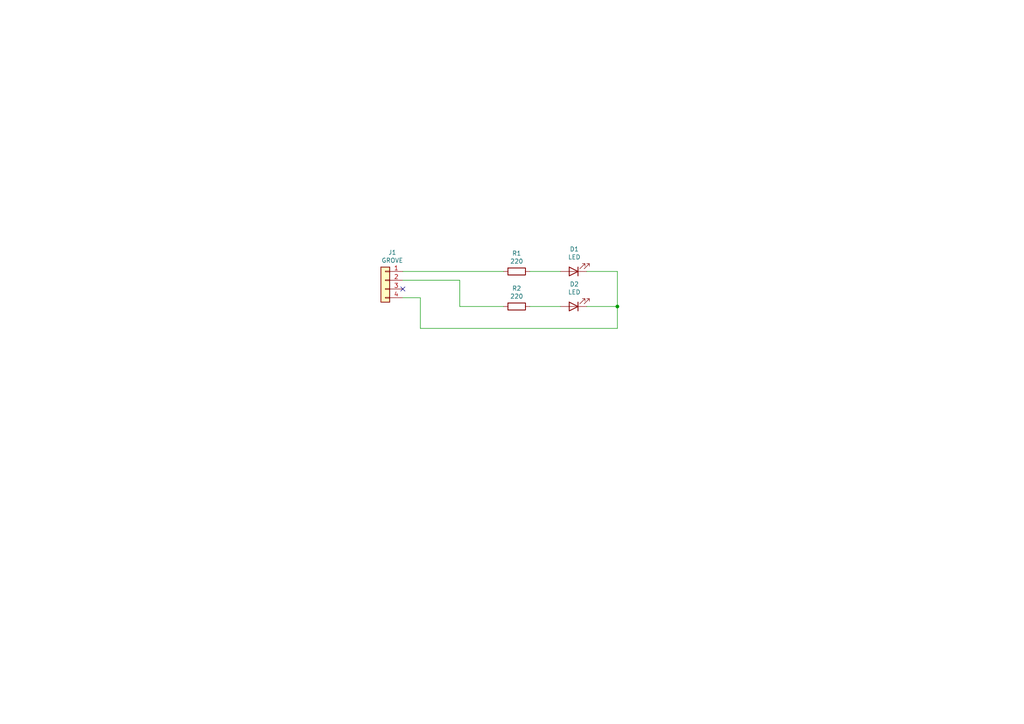
<source format=kicad_sch>
(kicad_sch (version 20211123) (generator eeschema)
  (paper "A4")
  (title_block (title "Demo board LED Grove x2") (date "2022-05-29") (rev "1.1") (company "Réseau des Electroniciens") (comment 1 "Arnauld Biganzoli"))
  (lib_symbols
    (symbol "Connector_Generic:Conn_01x04" (pin_names (offset 1.016) hide)
      (property "Reference" "J" (at 0 5.08 0))
      (property "Value" "Conn_01x04" (at 0 -7.62 0))
      (symbol "Conn_01x04_1_1"
        (rectangle (start -1.27 -4.953) (end 0 -5.207) (stroke (width 0.1524)))
        (rectangle (start -1.27 -2.413) (end 0 -2.667) (stroke (width 0.1524)))
        (rectangle (start -1.27 0.127) (end 0 -0.127) (stroke (width 0.1524)))
        (rectangle (start -1.27 2.667) (end 0 2.413) (stroke (width 0.1524)))
        (rectangle (start -1.27 3.81) (end 1.27 -6.35) (stroke (width 0.254)) (fill (type background)))
        (pin passive line (at -5.08 2.54 0) (length 3.81) (name "Pin_1") (number "1"))
        (pin passive line (at -5.08 0 0) (length 3.81) (name "Pin_2") (number "2"))
        (pin passive line (at -5.08 -2.54 0) (length 3.81) (name "Pin_3") (number "3"))
        (pin passive line (at -5.08 -5.08 0) (length 3.81) (name "Pin_4") (number "4"))
      )
    )
    (symbol "Device:LED" (pin_numbers hide) (pin_names (offset 1.016) hide)
      (property "Reference" "D" (at 0 2.54 0))
      (property "Value" "LED" (at 0 -2.54 0))
      (symbol "LED_0_1"
        (polyline (pts (xy -1.27 -1.27) (xy -1.27 1.27)) (stroke (width 0.254)))
        (polyline (pts (xy -1.27 0) (xy 1.27 0)))
        (polyline (pts (xy 1.27 -1.27) (xy 1.27 1.27) (xy -1.27 0) (xy 1.27 -1.27)) (stroke (width 0.254)))
        (polyline (pts (xy -3.048 -0.762) (xy -4.572 -2.286) (xy -3.81 -2.286) (xy -4.572 -2.286) (xy -4.572 -1.524)))
        (polyline (pts (xy -1.778 -0.762) (xy -3.302 -2.286) (xy -2.54 -2.286) (xy -3.302 -2.286) (xy -3.302 -1.524)))
      )
      (symbol "LED_1_1"
        (pin passive line (at -3.81 0 0) (length 2.54) (name "K") (number "1"))
        (pin passive line (at 3.81 0 180) (length 2.54) (name "A") (number "2"))
      )
    )
    (symbol "Device:R" (pin_numbers hide) (pin_names (offset 0))
      (property "Reference" "R" (at 2.032 0 90))
      (property "Value" "R" (at 0 0 90))
      (symbol "R_0_1"
        (rectangle (start -1.016 -2.54) (end 1.016 2.54) (stroke (width 0.254)))
      )
      (symbol "R_1_1"
        (pin passive line (at 0 3.81 270) (length 1.27) (name "~") (number "1"))
        (pin passive line (at 0 -3.81 90) (length 1.27) (name "~") (number "2"))
      )
    )
  )
  (junction (at 179.07 88.9))
  (no_connect (at 116.84 83.82))
  (wire (pts (xy 116.84 81.28) (xy 133.35 81.28)))
  (wire (pts (xy 133.35 81.28) (xy 133.35 88.9)))
  (wire (pts (xy 133.35 88.9) (xy 146.05 88.9)))
  (wire (pts (xy 116.84 78.74) (xy 146.05 78.74)))
  (wire (pts (xy 121.92 95.25) (xy 179.07 95.25)))
  (wire (pts (xy 179.07 95.25) (xy 179.07 88.9)))
  (wire (pts (xy 116.84 86.36) (xy 121.92 86.36)))
  (wire (pts (xy 179.07 78.74) (xy 170.18 78.74)))
  (wire (pts (xy 153.67 78.74) (xy 162.56 78.74)))
  (wire (pts (xy 170.18 88.9) (xy 179.07 88.9)))
  (wire (pts (xy 162.56 88.9) (xy 153.67 88.9)))
  (wire (pts (xy 121.92 86.36) (xy 121.92 95.25)))
  (wire (pts (xy 179.07 88.9) (xy 179.07 78.74)))
  (symbol (lib_id "Device:LED") (at 166.37 78.74 180) (unit 1)
    (property "Reference" "D1" (at 166.5732 72.263 0))
    (property "Value" "LED" (at 166.5732 74.5744 0))
    (property "Footprint" "LED_THT:LED_D5.0mm" (effects hide))
  )
  (symbol (lib_id "Device:LED") (at 166.37 88.9 180) (unit 1)
    (property "Reference" "D2" (at 166.5732 82.423 0))
    (property "Value" "LED" (at 166.5732 84.7344 0))
    (property "Footprint" "LED_THT:LED_D5.0mm" (effects hide))
  )
  (symbol (lib_id "Device:R") (at 149.86 78.74 270) (unit 1)
    (property "Reference" "R1" (at 149.86 73.4822 90))
    (property "Value" "220" (at 149.86 75.7936 90))
    (property "Footprint" "Resistor_THT:R_Axial_DIN0207_L6.3mm_D2.5mm_P10.16mm_Horizontal" (effects hide))
  )
  (symbol (lib_id "Device:R") (at 149.86 88.9 270) (unit 1)
    (property "Reference" "R2" (at 149.86 83.6422 90))
    (property "Value" "220" (at 149.86 85.9536 90))
    (property "Footprint" "Resistor_THT:R_Axial_DIN0207_L6.3mm_D2.5mm_P10.16mm_Horizontal" (effects hide))
  )
  (symbol (lib_id "Connector_Generic:Conn_01x04") (at 111.76 81.28 0) (mirror y) (unit 1)
    (property "Reference" "J1" (at 113.792 73.2282 0))
    (property "Value" "GROVE" (at 113.792 75.5396 0))
    (property "Footprint" "Connector_JST:JST_PH_B4B-PH-K_1x04_P2.00mm_Vertical" (effects hide))
  )
)
</source>
